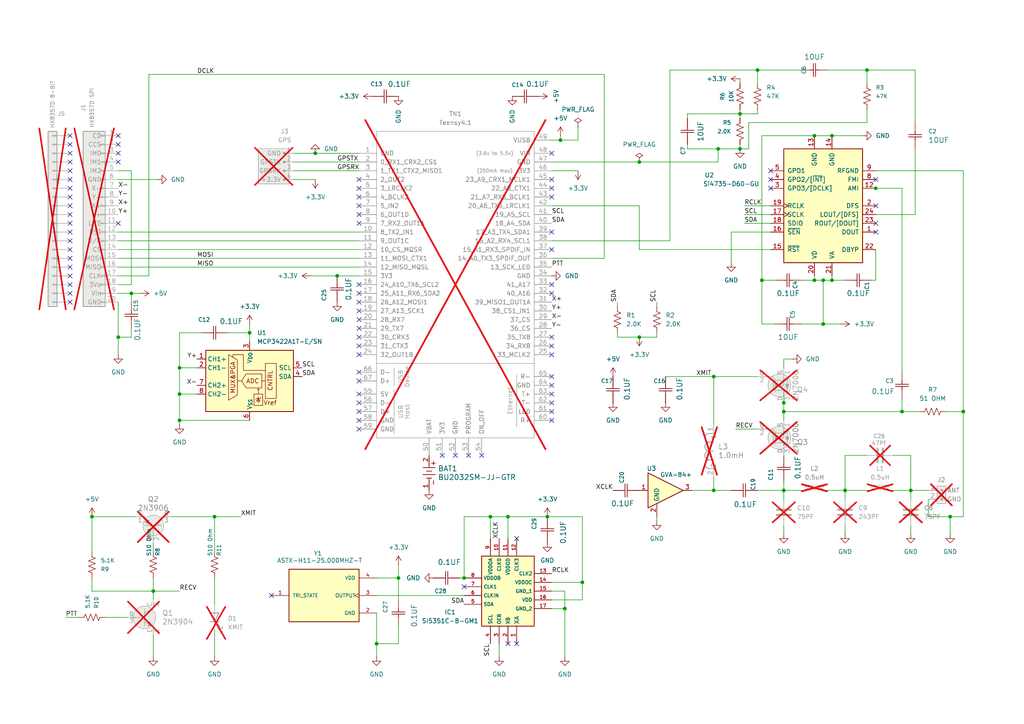
<source format=kicad_sch>
(kicad_sch (version 20231120) (generator "eeschema") (generator_version "8.0")
  (paper "A4")
  (title_block (title "Pocket FT8 Transceiver") (date "2024-07-31") (rev "2.0") (company "KQ7B") (comment 1 "Original design by Charles Hill, Ricardo Caritti, Karlis Goba, Lars Petersen, et al") (comment 2 "https://github.com/conr2286/PocketFT8Xcvr.git"))
  (junction (at 147.32 149.86))
  (junction (at 279.4 119.38))
  (junction (at 227.33 142.24))
  (junction (at 227.33 116.84))
  (junction (at 72.39 96.52))
  (junction (at 115.57 167.64))
  (junction (at 52.07 114.3))
  (junction (at 26.67 149.86))
  (junction (at 207.01 142.24))
  (junction (at 236.22 81.28))
  (junction (at 227.33 119.38))
  (junction (at 185.42 46.99))
  (junction (at 91.44 44.45))
  (junction (at 264.16 142.24))
  (junction (at 109.22 186.69))
  (junction (at 251.46 20.32))
  (junction (at 214.63 43.18))
  (junction (at 62.23 149.86))
  (junction (at 158.75 149.86))
  (junction (at 261.62 119.38))
  (junction (at 97.79 80.01))
  (junction (at 238.76 93.98))
  (junction (at 254 54.61))
  (junction (at 219.71 20.32))
  (junction (at 52.07 106.68))
  (junction (at 220.98 81.28))
  (junction (at 34.29 97.79))
  (junction (at 245.11 142.24))
  (junction (at 44.45 171.45))
  (junction (at 163.83 176.53))
  (junction (at 238.76 81.28))
  (junction (at 185.42 97.79))
  (junction (at 168.91 168.91))
  (junction (at 52.07 121.92))
  (junction (at 214.63 33.02))
  (junction (at 207.01 109.22))
  (junction (at 208.28 43.18))
  (junction (at 241.3 39.37))
  (junction (at 162.56 40.64))
  (junction (at 275.59 149.86))
  (junction (at 142.24 149.86))
  (junction (at 38.1 85.09))
  (junction (at 241.3 81.28))
  (junction (at 236.22 39.37))
  (junction (at 134.62 167.64))
  (no_connect (at 104.14 87.63))
  (no_connect (at 104.14 57.15))
  (no_connect (at 104.14 62.23))
  (no_connect (at 160.02 52.07))
  (no_connect (at 160.02 97.79))
  (no_connect (at 160.02 54.61))
  (no_connect (at 104.14 85.09))
  (no_connect (at 104.14 54.61))
  (no_connect (at 223.52 54.61))
  (no_connect (at 104.14 100.33))
  (no_connect (at 160.02 67.31))
  (no_connect (at 104.14 92.71))
  (no_connect (at 254 52.07))
  (no_connect (at 160.02 116.84))
  (no_connect (at 160.02 100.33))
  (no_connect (at 20.32 41.91))
  (no_connect (at 20.32 62.23))
  (no_connect (at 34.29 64.77))
  (no_connect (at 20.32 85.09))
  (no_connect (at 139.7 132.08))
  (no_connect (at 132.08 132.08))
  (no_connect (at 104.14 95.25))
  (no_connect (at 254 59.69))
  (no_connect (at 160.02 114.3))
  (no_connect (at 20.32 72.39))
  (no_connect (at 104.14 114.3))
  (no_connect (at 20.32 59.69))
  (no_connect (at 104.14 107.95))
  (no_connect (at 104.14 124.46))
  (no_connect (at 104.14 116.84))
  (no_connect (at 160.02 82.55))
  (no_connect (at 20.32 44.45))
  (no_connect (at 34.29 39.37))
  (no_connect (at 104.14 110.49))
  (no_connect (at 160.02 44.45))
  (no_connect (at 78.74 172.72))
  (no_connect (at 20.32 64.77))
  (no_connect (at 34.29 46.99))
  (no_connect (at 20.32 74.93))
  (no_connect (at 20.32 57.15))
  (no_connect (at 128.27 132.08))
  (no_connect (at 160.02 121.92))
  (no_connect (at 20.32 46.99))
  (no_connect (at 147.32 186.69))
  (no_connect (at 104.14 102.87))
  (no_connect (at 20.32 67.31))
  (no_connect (at 104.14 59.69))
  (no_connect (at 20.32 39.37))
  (no_connect (at 254 67.31))
  (no_connect (at 223.52 52.07))
  (no_connect (at 104.14 64.77))
  (no_connect (at 160.02 119.38))
  (no_connect (at 149.86 186.69))
  (no_connect (at 104.14 90.17))
  (no_connect (at 149.86 156.21))
  (no_connect (at 104.14 52.07))
  (no_connect (at 20.32 69.85))
  (no_connect (at 20.32 77.47))
  (no_connect (at 34.29 41.91))
  (no_connect (at 160.02 102.87))
  (no_connect (at 160.02 85.09))
  (no_connect (at 160.02 57.15))
  (no_connect (at 20.32 87.63))
  (no_connect (at 20.32 54.61))
  (no_connect (at 254 64.77))
  (no_connect (at 160.02 111.76))
  (no_connect (at 20.32 49.53))
  (no_connect (at 20.32 52.07))
  (no_connect (at 20.32 80.01))
  (no_connect (at 104.14 82.55))
  (no_connect (at 104.14 97.79))
  (no_connect (at 160.02 72.39))
  (no_connect (at 134.62 170.18))
  (no_connect (at 135.89 132.08))
  (no_connect (at 104.14 121.92))
  (no_connect (at 104.14 119.38))
  (no_connect (at 34.29 44.45))
  (no_connect (at 160.02 109.22))
  (no_connect (at 223.52 49.53))
  (no_connect (at 20.32 82.55))
  (wire (pts (xy 185.42 72.39) (xy 223.52 72.39)))
  (wire (pts (xy 163.83 176.53) (xy 160.02 176.53)))
  (wire (pts (xy 175.26 74.93) (xy 175.26 21.59)))
  (wire (pts (xy 212.09 67.31) (xy 212.09 76.2)))
  (wire (pts (xy 91.44 44.45) (xy 104.14 44.45)))
  (wire (pts (xy 34.29 67.31) (xy 104.14 67.31)))
  (wire (pts (xy 190.5 87.63) (xy 190.5 88.9)))
  (wire (pts (xy 251.46 31.75) (xy 251.46 35.56)))
  (wire (pts (xy 215.9 59.69) (xy 223.52 59.69)))
  (wire (pts (xy 207.01 138.43) (xy 207.01 142.24)))
  (wire (pts (xy 227.33 119.38) (xy 261.62 119.38)))
  (wire (pts (xy 250.19 39.37) (xy 241.3 39.37)))
  (wire (pts (xy 160.02 49.53) (xy 167.64 49.53)))
  (wire (pts (xy 275.59 149.86) (xy 279.4 149.86)))
  (wire (pts (xy 199.39 43.18) (xy 199.39 41.91)))
  (wire (pts (xy 160.02 74.93) (xy 175.26 74.93)))
  (wire (pts (xy 62.23 167.64) (xy 62.23 175.26)))
  (wire (pts (xy 241.3 81.28) (xy 241.3 80.01)))
  (wire (pts (xy 115.57 186.69) (xy 115.57 181.61)))
  (wire (pts (xy 133.35 167.64) (xy 134.62 167.64)))
  (wire (pts (xy 254 81.28) (xy 252.73 81.28)))
  (wire (pts (xy 261.62 54.61) (xy 261.62 107.95)))
  (wire (pts (xy 160.02 168.91) (xy 168.91 168.91)))
  (wire (pts (xy 207.01 109.22) (xy 207.01 123.19)))
  (wire (pts (xy 214.63 33.02) (xy 214.63 34.29)))
  (wire (pts (xy 232.41 93.98) (xy 238.76 93.98)))
  (wire (pts (xy 261.62 119.38) (xy 266.7 119.38)))
  (wire (pts (xy 219.71 20.32) (xy 232.41 20.32)))
  (wire (pts (xy 62.23 149.86) (xy 69.85 149.86)))
  (wire (pts (xy 227.33 104.14) (xy 227.33 106.68)))
  (wire (pts (xy 34.29 97.79) (xy 38.1 97.79)))
  (wire (pts (xy 175.26 21.59) (xy 43.18 21.59)))
  (wire (pts (xy 254 54.61) (xy 261.62 54.61)))
  (wire (pts (xy 185.42 97.79) (xy 190.5 97.79)))
  (wire (pts (xy 134.62 167.64) (xy 134.62 149.86)))
  (wire (pts (xy 34.29 49.53) (xy 38.1 49.53)))
  (wire (pts (xy 85.09 46.99) (xy 104.14 46.99)))
  (wire (pts (xy 58.42 96.52) (xy 52.07 96.52)))
  (wire (pts (xy 215.9 64.77) (xy 223.52 64.77)))
  (wire (pts (xy 185.42 59.69) (xy 185.42 72.39)))
  (wire (pts (xy 259.08 142.24) (xy 264.16 142.24)))
  (wire (pts (xy 240.03 20.32) (xy 251.46 20.32)))
  (wire (pts (xy 227.33 116.84) (xy 227.33 119.38)))
  (wire (pts (xy 261.62 115.57) (xy 261.62 119.38)))
  (wire (pts (xy 259.08 132.08) (xy 264.16 132.08)))
  (wire (pts (xy 238.76 81.28) (xy 236.22 81.28)))
  (wire (pts (xy 269.24 144.78) (xy 269.24 149.86)))
  (wire (pts (xy 45.72 52.07) (xy 34.29 52.07)))
  (wire (pts (xy 160.02 40.64) (xy 162.56 40.64)))
  (wire (pts (xy 85.09 49.53) (xy 104.14 49.53)))
  (wire (pts (xy 264.16 144.78) (xy 264.16 142.24)))
  (wire (pts (xy 214.63 33.02) (xy 219.71 33.02)))
  (wire (pts (xy 52.07 96.52) (xy 52.07 106.68)))
  (wire (pts (xy 220.98 39.37) (xy 220.98 81.28)))
  (wire (pts (xy 43.18 21.59) (xy 43.18 80.01)))
  (wire (pts (xy 185.42 46.99) (xy 208.28 46.99)))
  (wire (pts (xy 241.3 81.28) (xy 238.76 81.28)))
  (wire (pts (xy 217.17 43.18) (xy 214.63 43.18)))
  (wire (pts (xy 245.11 154.94) (xy 245.11 152.4)))
  (wire (pts (xy 162.56 39.37) (xy 162.56 40.64)))
  (wire (pts (xy 52.07 121.92) (xy 72.39 121.92)))
  (wire (pts (xy 160.02 46.99) (xy 185.42 46.99)))
  (wire (pts (xy 214.63 43.18) (xy 208.28 43.18)))
  (wire (pts (xy 85.09 52.07) (xy 91.44 52.07)))
  (wire (pts (xy 207.01 142.24) (xy 212.09 142.24)))
  (wire (pts (xy 279.4 49.53) (xy 279.4 119.38)))
  (wire (pts (xy 264.16 142.24) (xy 269.24 142.24)))
  (wire (pts (xy 190.5 96.52) (xy 190.5 97.79)))
  (wire (pts (xy 251.46 54.61) (xy 254 54.61)))
  (wire (pts (xy 168.91 173.99) (xy 168.91 168.91)))
  (wire (pts (xy 44.45 190.5) (xy 44.45 184.15)))
  (wire (pts (xy 38.1 97.79) (xy 38.1 95.25)))
  (wire (pts (xy 199.39 33.02) (xy 214.63 33.02)))
  (wire (pts (xy 240.03 142.24) (xy 245.11 142.24)))
  (wire (pts (xy 109.22 177.8) (xy 109.22 186.69)))
  (wire (pts (xy 147.32 149.86) (xy 158.75 149.86)))
  (wire (pts (xy 34.29 77.47) (xy 104.14 77.47)))
  (wire (pts (xy 251.46 20.32) (xy 265.43 20.32)))
  (wire (pts (xy 238.76 93.98) (xy 243.84 93.98)))
  (wire (pts (xy 163.83 176.53) (xy 163.83 190.5)))
  (wire (pts (xy 115.57 173.99) (xy 115.57 167.64)))
  (wire (pts (xy 269.24 149.86) (xy 275.59 149.86)))
  (wire (pts (xy 160.02 69.85) (xy 194.31 69.85)))
  (wire (pts (xy 115.57 167.64) (xy 109.22 167.64)))
  (wire (pts (xy 160.02 173.99) (xy 168.91 173.99)))
  (wire (pts (xy 254 72.39) (xy 254 81.28)))
  (wire (pts (xy 245.11 142.24) (xy 251.46 142.24)))
  (wire (pts (xy 134.62 149.86) (xy 142.24 149.86)))
  (wire (pts (xy 44.45 167.64) (xy 44.45 171.45)))
  (wire (pts (xy 26.67 167.64) (xy 26.67 171.45)))
  (wire (pts (xy 245.11 81.28) (xy 241.3 81.28)))
  (wire (pts (xy 193.04 109.22) (xy 207.01 109.22)))
  (wire (pts (xy 220.98 81.28) (xy 224.79 81.28)))
  (wire (pts (xy 49.53 149.86) (xy 62.23 149.86)))
  (wire (pts (xy 144.78 186.69) (xy 144.78 190.5)))
  (wire (pts (xy 26.67 171.45) (xy 44.45 171.45)))
  (wire (pts (xy 274.32 119.38) (xy 279.4 119.38)))
  (wire (pts (xy 213.36 124.46) (xy 219.71 124.46)))
  (wire (pts (xy 254 49.53) (xy 279.4 49.53)))
  (wire (pts (xy 163.83 171.45) (xy 163.83 176.53)))
  (wire (pts (xy 227.33 142.24) (xy 227.33 144.78)))
  (wire (pts (xy 19.05 179.07) (xy 22.86 179.07)))
  (wire (pts (xy 57.15 106.68) (xy 52.07 106.68)))
  (wire (pts (xy 72.39 96.52) (xy 72.39 93.98)))
  (wire (pts (xy 214.63 31.75) (xy 214.63 33.02)))
  (wire (pts (xy 34.29 85.09) (xy 38.1 85.09)))
  (wire (pts (xy 264.16 154.94) (xy 264.16 152.4)))
  (wire (pts (xy 214.63 41.91) (xy 214.63 43.18)))
  (wire (pts (xy 34.29 102.87) (xy 34.29 97.79)))
  (wire (pts (xy 200.66 142.24) (xy 207.01 142.24)))
  (wire (pts (xy 207.01 109.22) (xy 219.71 109.22)))
  (wire (pts (xy 109.22 172.72) (xy 134.62 172.72)))
  (wire (pts (xy 275.59 154.94) (xy 275.59 149.86)))
  (wire (pts (xy 217.17 35.56) (xy 217.17 43.18)))
  (wire (pts (xy 227.33 154.94) (xy 227.33 152.4)))
  (wire (pts (xy 215.9 62.23) (xy 223.52 62.23)))
  (wire (pts (xy 224.79 93.98) (xy 220.98 93.98)))
  (wire (pts (xy 223.52 67.31) (xy 212.09 67.31)))
  (wire (pts (xy 26.67 149.86) (xy 26.67 160.02)))
  (wire (pts (xy 109.22 186.69) (xy 109.22 190.5)))
  (wire (pts (xy 227.33 142.24) (xy 232.41 142.24)))
  (wire (pts (xy 190.5 149.86) (xy 190.5 151.13)))
  (wire (pts (xy 220.98 81.28) (xy 220.98 93.98)))
  (wire (pts (xy 160.02 171.45) (xy 163.83 171.45)))
  (wire (pts (xy 199.39 33.02) (xy 199.39 34.29)))
  (wire (pts (xy 142.24 149.86) (xy 142.24 156.21)))
  (wire (pts (xy 40.64 85.09) (xy 38.1 85.09)))
  (wire (pts (xy 38.1 49.53) (xy 38.1 82.55)))
  (wire (pts (xy 34.29 69.85) (xy 104.14 69.85)))
  (wire (pts (xy 214.63 22.86) (xy 214.63 24.13)))
  (wire (pts (xy 52.07 114.3) (xy 57.15 114.3)))
  (wire (pts (xy 162.56 40.64) (xy 167.64 40.64)))
  (wire (pts (xy 44.45 157.48) (xy 44.45 160.02)))
  (wire (pts (xy 219.71 142.24) (xy 227.33 142.24)))
  (wire (pts (xy 52.07 106.68) (xy 52.07 114.3)))
  (wire (pts (xy 232.41 81.28) (xy 236.22 81.28)))
  (wire (pts (xy 219.71 24.13) (xy 219.71 20.32)))
  (wire (pts (xy 52.07 114.3) (xy 52.07 121.92)))
  (wire (pts (xy 264.16 132.08) (xy 264.16 142.24)))
  (wire (pts (xy 227.33 119.38) (xy 227.33 121.92)))
  (wire (pts (xy 90.17 80.01) (xy 97.79 80.01)))
  (wire (pts (xy 168.91 149.86) (xy 158.75 149.86)))
  (wire (pts (xy 72.39 99.06) (xy 72.39 96.52)))
  (wire (pts (xy 52.07 123.19) (xy 52.07 121.92)))
  (wire (pts (xy 265.43 20.32) (xy 265.43 35.56)))
  (wire (pts (xy 115.57 163.83) (xy 115.57 167.64)))
  (wire (pts (xy 245.11 132.08) (xy 251.46 132.08)))
  (wire (pts (xy 241.3 39.37) (xy 236.22 39.37)))
  (wire (pts (xy 220.98 39.37) (xy 236.22 39.37)))
  (wire (pts (xy 236.22 81.28) (xy 236.22 80.01)))
  (wire (pts (xy 26.67 149.86) (xy 39.37 149.86)))
  (wire (pts (xy 97.79 80.01) (xy 104.14 80.01)))
  (wire (pts (xy 44.45 171.45) (xy 52.07 171.45)))
  (wire (pts (xy 109.22 186.69) (xy 115.57 186.69)))
  (wire (pts (xy 208.28 43.18) (xy 199.39 43.18)))
  (wire (pts (xy 194.31 69.85) (xy 194.31 20.32)))
  (wire (pts (xy 30.48 179.07) (xy 36.83 179.07)))
  (wire (pts (xy 147.32 149.86) (xy 147.32 156.21)))
  (wire (pts (xy 227.33 114.3) (xy 227.33 116.84)))
  (wire (pts (xy 44.45 171.45) (xy 44.45 173.99)))
  (wire (pts (xy 38.1 85.09) (xy 38.1 87.63)))
  (wire (pts (xy 245.11 144.78) (xy 245.11 142.24)))
  (wire (pts (xy 167.64 40.64) (xy 167.64 36.83)))
  (wire (pts (xy 251.46 35.56) (xy 217.17 35.56)))
  (wire (pts (xy 179.07 97.79) (xy 185.42 97.79)))
  (wire (pts (xy 179.07 97.79) (xy 179.07 96.52)))
  (wire (pts (xy 160.02 59.69) (xy 185.42 59.69)))
  (wire (pts (xy 179.07 87.63) (xy 179.07 88.9)))
  (wire (pts (xy 34.29 74.93) (xy 104.14 74.93)))
  (wire (pts (xy 142.24 149.86) (xy 147.32 149.86)))
  (wire (pts (xy 254 62.23) (xy 265.43 62.23)))
  (wire (pts (xy 62.23 149.86) (xy 62.23 160.02)))
  (wire (pts (xy 34.29 72.39) (xy 104.14 72.39)))
  (wire (pts (xy 34.29 80.01) (xy 43.18 80.01)))
  (wire (pts (xy 279.4 119.38) (xy 279.4 149.86)))
  (wire (pts (xy 194.31 20.32) (xy 219.71 20.32)))
  (wire (pts (xy 227.33 139.7) (xy 227.33 142.24)))
  (wire (pts (xy 208.28 43.18) (xy 208.28 46.99)))
  (wire (pts (xy 219.71 31.75) (xy 219.71 33.02)))
  (wire (pts (xy 85.09 44.45) (xy 91.44 44.45)))
  (wire (pts (xy 265.43 43.18) (xy 265.43 62.23)))
  (wire (pts (xy 229.87 104.14) (xy 227.33 104.14)))
  (wire (pts (xy 66.04 96.52) (xy 72.39 96.52)))
  (wire (pts (xy 251.46 20.32) (xy 251.46 24.13)))
  (wire (pts (xy 34.29 82.55) (xy 38.1 82.55)))
  (wire (pts (xy 238.76 81.28) (xy 238.76 93.98)))
  (wire (pts (xy 34.29 97.79) (xy 34.29 87.63)))
  (wire (pts (xy 62.23 190.5) (xy 62.23 182.88)))
  (wire (pts (xy 168.91 149.86) (xy 168.91 168.91)))
  (wire (pts (xy 245.11 142.24) (xy 245.11 132.08)))
  (label "Y-" (at 34.29 57.15 0))
  (label "Y+" (at 160.02 90.17 0))
  (label "RECV" (at 52.07 171.45 0))
  (label "MOSI" (at 57.15 74.93 0))
  (label "SDA" (at 87.63 109.22 0))
  (label "PTT" (at 19.05 179.07 0))
  (label "X+" (at 34.29 59.69 0))
  (label "X-" (at 34.29 54.61 0))
  (label "SCL" (at 190.5 87.63 90))
  (label "SDA" (at 179.07 87.63 90))
  (label "XCLK" (at 144.78 156.21 90))
  (label "SDA" (at 160.02 64.77 0))
  (label "X-" (at 57.15 111.76 180))
  (label "MISO" (at 57.15 77.47 0))
  (label "XCLK" (at 177.8 142.24 180))
  (label "RCLK" (at 215.9 59.69 0))
  (label "GPSTX" (at 97.79 46.99 0))
  (label "DCLK" (at 57.15 21.59 0))
  (label "SCL" (at 215.9 62.23 0))
  (label "Y-" (at 160.02 95.25 0))
  (label "X+" (at 160.02 87.63 0))
  (label "Y+" (at 34.29 62.23 0))
  (label "RCLK" (at 160.02 166.37 0))
  (label "Y+" (at 57.15 104.14 180))
  (label "XMIT" (at 69.85 149.86 0))
  (label "RECV" (at 213.36 124.46 0))
  (label "SCL" (at 142.24 186.69 270))
  (label "XMIT" (at 201.93 109.22 0))
  (label "SDA" (at 134.62 175.26 180))
  (label "SDA" (at 215.9 64.77 0))
  (label "SCL" (at 87.63 106.68 0))
  (label "SCL" (at 160.02 62.23 0))
  (label "GPSRX" (at 97.79 49.53 0))
  (label "PTT" (at 160.02 77.47 0))
  (label "X-" (at 160.02 92.71 0))
  (symbol (lib_id "Kemet2024-08-02_22-05-35:C0603C104K4RACTU") (at 97.79 80.01 90) (mirror x) (unit 1)
    (property "Reference" "C25" (at 93.98 83.82 0) (effects (font (size 1.143 1.143)) (justify left)))
    (property "Value" "0.1UF" (at 101.092 83.82 0) (effects (font (size 1.524 1.524))))
    (property "Footprint" "Capacitor_SMD:C_0603_1608Metric" (effects (hide yes)))
    (property "Datasheet" "C0603C104K4RACTU" (effects (hide yes)))
    (property "Description" "CAP CER 0.1UF 16V X7R 0603" (effects (hide yes)))
    (property "Field5" "CAP-08604" (effects (hide yes)))
    (property "PROD_ID" "CAP-00810" (effects (hide yes)))
    (property "Voltage" "16V" (effects (hide yes)))
    (property "Tolerance" "10%" (effects (hide yes)))
    (property "Manufacturer" "Kemet" (effects (hide yes)))
    (property "Mfg Part #" "C0603C104K4RAC7867" (effects (hide yes)))
    (property "Notes" "Substitutions OK" (effects (hide yes)))
    (property "Type" "SMD" (effects (hide yes)))
  )
  (symbol (lib_id "power:+3.3V") (at 243.84 93.98 270) (unit 1)
    (property "Reference" "#PWR07" (effects (hide yes)))
    (property "Value" "+3.3V" (at 247.65 93.98 90) (effects (justify left)))
    (property "Description" "Power symbol creates a global label with name \"+3.3V\"" (effects (hide yes)))
  )
  (symbol (lib_id "Kemet2024-08-02_22-05-35:C0603C104K4RACTU") (at 115.57 181.61 90) (unit 1)
    (property "Reference" "C27" (at 111.76 177.8 0) (effects (font (size 1.143 1.143)) (justify left)))
    (property "Value" "0.1UF" (at 120.142 178.562 0) (effects (font (size 1.524 1.524))))
    (property "Footprint" "Capacitor_SMD:C_0603_1608Metric" (effects (hide yes)))
    (property "Datasheet" "C0603C104K4RACTU" (effects (hide yes)))
    (property "Description" "CAP CER 0.1UF 16V X7R 0603" (effects (hide yes)))
    (property "Field5" "CAP-08604" (effects (hide yes)))
    (property "PROD_ID" "CAP-00810" (effects (hide yes)))
    (property "Voltage" "16V" (effects (hide yes)))
    (property "Tolerance" "10%" (effects (hide yes)))
    (property "Manufacturer" "Kemet" (effects (hide yes)))
    (property "Mfg Part #" "C0603C104K4RAC7867" (effects (hide yes)))
    (property "Notes" "Substitutions OK" (effects (hide yes)))
    (property "Type" "SMD" (effects (hide yes)))
  )
  (symbol (lib_id "power:GND") (at 109.22 190.5 0) (unit 1)
    (property "Reference" "#PWR037" (effects (hide yes)))
    (property "Value" "GND" (at 109.22 195.58 0))
    (property "Description" "Power symbol creates a global label with name \"GND\" , ground" (effects (hide yes)))
  )
  (symbol (lib_id "power:GND") (at 97.79 87.63 0) (unit 1)
    (property "Reference" "#PWR027" (effects (hide yes)))
    (property "Value" "GND" (at 97.79 92.71 0))
    (property "Description" "Power symbol creates a global label with name \"GND\" , ground" (effects (hide yes)))
  )
  (symbol (lib_id "power:GND") (at 160.02 80.01 90) (unit 1)
    (property "Reference" "#PWR09" (effects (hide yes)))
    (property "Value" "GND" (at 163.83 80.01 90) (effects (justify right)))
    (property "Description" "Power symbol creates a global label with name \"GND\" , ground" (effects (hide yes)))
  )
  (symbol (lib_id "SparkFun-Resistor:2.0k_0603") (at 214.63 38.1 90) (mirror x) (unit 1)
    (property "Reference" "R5" (at 212.09 35.56 90) (effects (font (size 1.143 1.143)) (justify left)))
    (property "Value" "2.0K" (at 212.09 38.1 90) (effects (font (size 1.143 1.143)) (justify left)))
    (property "Footprint" "Resistor_SMD:R_0603_1608Metric" (effects (hide yes)))
    (property "Datasheet" "https://www.vishay.com/docs/20035/dcrcwe3.pdf" (effects (hide yes)))
    (property "Description" "RES 2K OHM 5% 1/10W 0603" (effects (hide yes)))
    (property "PROD_ID" "RES-08296" (effects (hide yes)))
    (property "Manufacturer" "Yageo" (effects (hide yes)))
    (property "Mfg Part #" "RC0603JR-072KL" (effects (hide yes)))
    (property "Notes" "Substitutions OK" (effects (hide yes)))
    (property "Type" "SMD" (effects (hide yes)))
  )
  (symbol (lib_id "SparkFun-Resistor:5.1k_0603") (at 26.67 163.83 270) (unit 1)
    (property "Reference" "R9" (at 29.21 165.1 90) (effects (font (size 1.143 1.143)) (justify left)))
    (property "Value" "5.1K" (at 29.21 162.56 90) (effects (font (size 1.143 1.143)) (justify left)))
    (property "Footprint" "Resistor_SMD:R_0603_1608Metric" (effects (hide yes)))
    (property "Description" "RES 5.1K OHM 5% 1/10W 0603" (effects (hide yes)))
    (property "Manufacturer" "Yageo" (effects (hide yes)))
    (property "Mfg Part #" "RC0603JR-075K1L" (effects (hide yes)))
    (property "Notes" "Substitutions OK" (effects (hide yes)))
    (property "Type" "SMD" (effects (hide yes)))
  )
  (symbol (lib_id "2024-08-05_00-31-14:BU2032SM-JJ-GTR") (at 124.46 132.08 270) (unit 1)
    (property "Reference" "BAT1" (at 127 135.8899 90) (effects (font (size 1.524 1.524)) (justify left)))
    (property "Value" "BU2032SM-JJ-GTR" (at 127 138.4299 90) (effects (font (size 1.524 1.524)) (justify left)))
    (property "Footprint" "BU2032SM-JJ-GTR_MPD" (effects (hide yes)))
    (property "Datasheet" "BU2032SM-JJ-GTR" (effects (hide yes)))
    (property "Description" "BATT HOLDER COIN 20MM 1 CELL SMD" (effects (hide yes)))
    (property "Mfg Part #" "BU2032SM-JJ-GTR" (effects (hide yes)))
    (property "Category" "Battery Products" (effects (hide yes)))
    (property "Family" "Battery Holders, Clips, Contacts" (effects (hide yes)))
    (property "Manufacturer" "MPD (Memory Protection Devices)" (effects (hide yes)))
    (property "Status" "Active" (effects (hide yes)))
    (property "Description_1" "BATTERY HOLDER COIN 20MM PC PIN" (effects (hide yes)))
    (property "Type" "SMD" (effects (hide yes)))
    (property "Notes" "Must mount topside" (effects (hide yes)))
  )
  (symbol (lib_id "power:GND") (at 190.5 151.13 0) (unit 1)
    (property "Reference" "#PWR028" (effects (hide yes)))
    (property "Value" "GND" (at 190.5 156.21 0))
    (property "Description" "Power symbol creates a global label with name \"GND\" , ground" (effects (hide yes)))
  )
  (symbol (lib_id "power:GND") (at 44.45 190.5 0) (unit 1)
    (property "Reference" "#PWR030" (effects (hide yes)))
    (property "Value" "GND" (at 44.45 195.58 0))
    (property "Description" "Power symbol creates a global label with name \"GND\" , ground" (effects (hide yes)))
  )
  (symbol (lib_id "dk_Transistors-FETs-MOSFETs-Single:2N7000") (at 227.33 127 0) (mirror x) (unit 1) (in_bom no) (dnp yes)
    (property "Reference" "Q3" (at 231.14 128.27 0) (effects (font (size 1.524 1.524)) (justify left)))
    (property "Value" "2N7000" (at 230.7844 127 90) (effects (font (size 1.524 1.524))))
    (property "Footprint" "digikey-footprints:TO-92-3" (effects (hide yes)))
    (property "Datasheet" "https://www.onsemi.com/pub/Collateral/NDS7002A-D.PDF" (effects (hide yes)))
    (property "Description" "MOSFET N-CH 60V 200MA TO-92" (effects (hide yes)))
    (property "Digi-Key_PN" "2N7000FS-ND" (effects (hide yes)))
    (property "Mfg Part #" "2N7000" (effects (hide yes)))
    (property "Category" "Discrete Semiconductor Products" (effects (hide yes)))
    (property "Family" "Transistors - FETs, MOSFETs - Single" (effects (hide yes)))
    (property "DK_Datasheet_Link" "https://www.onsemi.com/pub/Collateral/NDS7002A-D.PDF" (effects (hide yes)))
    (property "DK_Detail_Page" "/product-detail/en/on-semiconductor/2N7000/2N7000FS-ND/244278" (effects (hide yes)))
    (property "Description_1" "MOSFET N-CH 60V 200MA TO-92" (effects (hide yes)))
    (property "Manufacturer" "ON Semiconductor" (effects (hide yes)))
    (property "MPN" "2N7000" (effects (hide yes)))
    (property "Status" "Active" (effects (hide yes)))
    (property "Type" "THT" (effects (hide yes)))
  )
  (symbol (lib_id "Kemet2024-08-02_22-05-35:C0603C104K4RACTU") (at 212.09 142.24 0) (unit 1)
    (property "Reference" "C19" (at 218.44 142.24 90) (effects (font (size 1.143 1.143)) (justify left)))
    (property "Value" "0.1UF" (at 216.154 146.304 0) (effects (font (size 1.524 1.524))))
    (property "Footprint" "Capacitor_SMD:C_0603_1608Metric" (effects (hide yes)))
    (property "Datasheet" "C0603C104K4RACTU" (effects (hide yes)))
    (property "Description" "CAP CER 0.1UF 16V X7R 0603" (effects (hide yes)))
    (property "Field5" "CAP-07885" (effects (hide yes)))
    (property "PROD_ID" "CAP-00810" (effects (hide yes)))
    (property "Voltage" "16V" (effects (hide yes)))
    (property "Tolerance" "10%" (effects (hide yes)))
    (property "Manufacturer" "Kemet" (effects (hide yes)))
    (property "Mfg Part #" "C0603C104K4RAC7867" (effects (hide yes)))
    (property "Notes" "Substitutions OK" (effects (hide yes)))
    (property "Type" "SMD" (effects (hide yes)))
  )
  (symbol (lib_id "Kemet2024-08-02_22-05-35:C0603C104K4RACTU") (at 38.1 95.25 90) (unit 1)
    (property "Reference" "C15" (at 39.37 90.424 0) (effects (font (size 1.143 1.143)) (justify left)))
    (property "Value" "0.1UF" (at 39.878 95.504 0) (effects (font (size 1.524 1.524))))
    (property "Footprint" "Capacitor_SMD:C_0603_1608Metric" (effects (hide yes)))
    (property "Datasheet" "C0603C104K4RACTU" (effects (hide yes)))
    (property "Description" "CAP CER 0.1UF 16V X7R 0603" (effects (hide yes)))
    (property "Field5" "CAP-07886" (effects (hide yes)))
    (property "PROD_ID" "CAP-00810" (effects (hide yes)))
    (property "Voltage" "16V" (effects (hide yes)))
    (property "Tolerance" "10%" (effects (hide yes)))
    (property "Manufacturer" "Kemet" (effects (hide yes)))
    (property "Mfg Part #" "C0603C104K4RAC7867" (effects (hide yes)))
    (property "Notes" "Substitutions OK" (effects (hide yes)))
    (property "Type" "SMD" (effects (hide yes)))
  )
  (symbol (lib_id "power:+3.3V") (at 91.44 52.07 180) (unit 1)
    (property "Reference" "#PWR033" (effects (hide yes)))
    (property "Value" "+3.3V" (at 91.44 57.15 0))
    (property "Description" "Power symbol creates a global label with name \"+3.3V\"" (effects (hide yes)))
  )
  (symbol (lib_id "Kemet2024-08-02_22-05-35:C0603C104K4RACTU") (at 133.35 167.64 180) (unit 1)
    (property "Reference" "C28" (at 129.54 171.45 0) (effects (font (size 1.143 1.143)) (justify left)))
    (property "Value" "0.1UF" (at 130.302 163.068 0) (effects (font (size 1.524 1.524))))
    (property "Footprint" "Capacitor_SMD:C_0603_1608Metric" (effects (hide yes)))
    (property "Datasheet" "C0603C104K4RACTU" (effects (hide yes)))
    (property "Description" "CAP CER 0.1UF 16V X7R 0603" (effects (hide yes)))
    (property "Field5" "CAP-08604" (effects (hide yes)))
    (property "PROD_ID" "CAP-00810" (effects (hide yes)))
    (property "Voltage" "16V" (effects (hide yes)))
    (property "Tolerance" "10%" (effects (hide yes)))
    (property "Manufacturer" "Kemet" (effects (hide yes)))
    (property "Mfg Part #" "C0603C104K4RAC7867" (effects (hide yes)))
    (property "Notes" "Substitutions OK" (effects (hide yes)))
    (property "Type" "SMD" (effects (hide yes)))
  )
  (symbol (lib_id "power:GND") (at 34.29 102.87 0) (unit 1)
    (property "Reference" "#PWR01" (effects (hide yes)))
    (property "Value" "GND" (at 34.29 107.95 0))
    (property "Description" "Power symbol creates a global label with name \"GND\" , ground" (effects (hide yes)))
  )
  (symbol (lib_id "power:GND") (at 177.8 116.84 0) (unit 1)
    (property "Reference" "#PWR035" (effects (hide yes)))
    (property "Value" "GND" (at 177.8 121.92 0))
    (property "Description" "Power symbol creates a global label with name \"GND\" , ground" (effects (hide yes)))
  )
  (symbol (lib_id "power:+3.3V") (at 72.39 93.98 0) (unit 1)
    (property "Reference" "#PWR011" (effects (hide yes)))
    (property "Value" "+3.3V" (at 72.39 88.9 0))
    (property "Description" "Power symbol creates a global label with name \"+3.3V\"" (effects (hide yes)))
  )
  (symbol (lib_name "C_1") (lib_id "Device:C") (at 264.16 148.59 0) (unit 1) (in_bom no) (dnp yes)
    (property "Reference" "C8" (at 267.97 147.32 0) (effects (justify left)))
    (property "Value" "75PF" (at 267.97 149.86 0) (effects (justify left)))
    (property "Footprint" "Capacitor_SMD:C_0805_2012Metric" (effects (hide yes)))
    (property "Description" "Unpolarized capacitor" (effects (hide yes)))
  )
  (symbol (lib_name "2N7000_1") (lib_id "dk_Transistors-FETs-MOSFETs-Single:2N7000") (at 227.33 111.76 0) (mirror x) (unit 1) (in_bom no) (dnp yes)
    (property "Reference" "Q4" (at 231.14 113.03 0) (effects (font (size 1.524 1.524)) (justify left)))
    (property "Value" "2N7000" (at 230.7844 111.76 90) (effects (font (size 1.524 1.524))))
    (property "Footprint" "digikey-footprints:TO-92-3" (effects (hide yes)))
    (property "Datasheet" "https://www.onsemi.com/pub/Collateral/NDS7002A-D.PDF" (effects (hide yes)))
    (property "Description" "MOSFET N-CH 60V 200MA TO-92" (effects (hide yes)))
    (property "Digi-Key_PN" "2N7000FS-ND" (effects (hide yes)))
    (property "MPN" "2N7000" (effects (hide yes)))
    (property "Category" "Discrete Semiconductor Products" (effects (hide yes)))
    (property "Family" "Transistors - FETs, MOSFETs - Single" (effects (hide yes)))
    (property "DK_Datasheet_Link" "https://www.onsemi.com/pub/Collateral/NDS7002A-D.PDF" (effects (hide yes)))
    (property "DK_Detail_Page" "/product-detail/en/on-semiconductor/2N7000/2N7000FS-ND/244278" (effects (hide yes)))
    (property "Description_1" "MOSFET N-CH 60V 200MA TO-92" (effects (hide yes)))
    (property "Manufacturer" "ON Semiconductor" (effects (hide yes)))
    (property "Mfg Part #" "2N7000" (effects (hide yes)))
    (property "Notes" "Substitions OK" (effects (hide yes)))
    (property "Type" "THT" (effects (hide yes)))
  )
  (symbol (lib_id "power:+3.3V") (at 185.42 97.79 180) (unit 1)
    (property "Reference" "#PWR06" (effects (hide yes)))
    (property "Value" "+3.3V" (at 185.42 102.87 0))
    (property "Description" "Power symbol creates a global label with name \"+3.3V\"" (effects (hide yes)))
  )
  (symbol (lib_id "Device:R_US") (at 44.45 163.83 0) (unit 1)
    (property "Reference" "R8" (at 45.72 161.29 90) (effects (font (size 1.143 1.143)) (justify left)))
    (property "Value" "510 Ohm" (at 43.18 161.29 90) (effects (font (size 1.143 1.143)) (justify left)))
    (property "Footprint" "Resistor_SMD:R_0603_1608Metric" (effects (hide yes)))
    (property "Description" "RES 510 OHM 5% 1/10W 0603" (effects (hide yes)))
    (property "PROD_ID" "RES-08296" (effects (hide yes)))
    (property "Manufacturer" "Yageo" (effects (hide yes)))
    (property "Mfg Part #" "RC0603JR-07510RL" (effects (hide yes)))
    (property "Notes" "Substitutions OK" (effects (hide yes)))
    (property "Type" "SMD" (effects (hide yes)))
  )
  (symbol (lib_id "power:+5V") (at 156.21 27.94 270) (unit 1)
    (property "Reference" "#PWR024" (effects (hide yes)))
    (property "Value" "+5V" (at 161.29 27.94 0))
    (property "Description" "Power symbol creates a global label with name \"+5V\"" (effects (hide yes)))
  )
  (symbol (lib_id "SparkFun-Capacitor:47pF_0603_50V_5%") (at 255.27 132.08 90) (unit 1) (in_bom no) (dnp yes)
    (property "Reference" "C26" (at 255.016 126.492 90) (effects (font (size 1.143 1.143))))
    (property "Value" "47PF" (at 255.016 128.524 90) (effects (font (size 1.143 1.143))))
    (property "Footprint" "Capacitor_SMD:C_0805_2012Metric" (effects (hide yes)))
    (property "Datasheet" "https://cdn.sparkfun.com/assets/8/a/4/a/5/Kemet_Capacitor_Datasheet.pdf" (effects (hide yes)))
    (property "Description" "Unpolarized capacitor" (effects (hide yes)))
    (property "Field5" "CAP-08913" (effects (hide yes)))
    (property "PROD_ID" "CAP-08913" (effects (hide yes)))
    (property "Voltage" "100v" (effects (hide yes)))
    (property "Tolerance" "1%" (effects (hide yes)))
  )
  (symbol (lib_id "SI5351C-B-GM1:SI5351C-B-GM1") (at 149.86 186.69 270) (mirror x) (unit 1)
    (property "Reference" "IC1" (at 130.556 177.546 90))
    (property "Value" "SI5351C-B-GM1" (at 130.556 180.086 90))
    (property "Footprint" "SI5351C-B-GM1:QFN50P300X300X90-17N-D" (effects (hide yes)))
    (property "Datasheet" "https://www.arrow.com/en/products/si5351c-b-gm1/skyworks-solutions?region=nac" (effects (hide yes)))
    (property "Description" "Clock Generators & Support Products I2C programmable, any-frequency, any-output, reference clock input, 4-output LVCMOS clock generator" (effects (hide yes)))
    (property "Height" "0.9" (effects (hide yes)))
    (property "Mouser Part Number" "634-SI5351C-B-GM1" (effects (hide yes)))
    (property "Mouser Price/Stock" "https://www.mouser.co.uk/ProductDetail/Skyworks-Solutions-Inc/SI5351C-B-GM1?qs=r5DSvlrkXmLdhgVRtlBfMw%3D%3D" (effects (hide yes)))
    (property "Manufacturer_Name" "Skyworks" (effects (hide yes)))
    (property "Manufacturer_Part_Number" "SI5351C-B-GM1" (effects (hide yes)))
  )
  (symbol (lib_id "power:GND") (at 148.59 27.94 0) (unit 1)
    (property "Reference" "#PWR013" (effects (hide yes)))
    (property "Value" "GND" (at 148.59 31.75 90) (effects (justify right)))
    (property "Description" "Power symbol creates a global label with name \"GND\" , ground" (effects (hide yes)))
  )
  (symbol (lib_id "power:GND") (at 264.16 154.94 0) (unit 1)
    (property "Reference" "#PWR019" (effects (hide yes)))
    (property "Value" "GND" (at 264.16 160.02 0))
    (property "Description" "Power symbol creates a global label with name \"GND\" , ground" (effects (hide yes)))
  )
  (symbol (lib_id "power:GND") (at 115.57 27.94 0) (unit 1)
    (property "Reference" "#PWR012" (effects (hide yes)))
    (property "Value" "GND" (at 115.57 31.75 90) (effects (justify right)))
    (property "Description" "Power symbol creates a global label with name \"GND\" , ground" (effects (hide yes)))
  )
  (symbol (lib_id "power:GND") (at 144.78 190.5 0) (unit 1)
    (property "Reference" "#PWR041" (effects (hide yes)))
    (property "Value" "GND" (at 144.78 195.58 0))
    (property "Description" "Power symbol creates a global label with name \"GND\" , ground" (effects (hide yes)))
  )
  (symbol (lib_id "power:GND") (at 229.87 104.14 90) (unit 1)
    (property "Reference" "#PWR023" (effects (hide yes)))
    (property "Value" "GND" (at 233.68 104.14 90) (effects (justify right)))
    (property "Description" "Power symbol creates a global label with name \"GND\" , ground" (effects (hide yes)))
  )
  (symbol (lib_id "power:+3.3V") (at 90.17 80.01 90) (unit 1)
    (property "Reference" "#PWR05" (effects (hide yes)))
    (property "Value" "+3.3V" (at 86.36 80.01 90) (effects (justify left)))
    (property "Description" "Power symbol creates a global label with name \"+3.3V\"" (effects (hide yes)))
  )
  (symbol (lib_id "power:+3.3V") (at 167.64 49.53 180) (unit 1)
    (property "Reference" "#PWR04" (effects (hide yes)))
    (property "Value" "+3.3V" (at 167.64 54.61 0))
    (property "Description" "Power symbol creates a global label with name \"+3.3V\"" (effects (hide yes)))
  )
  (symbol (lib_id "Kemet2024-08-02_22-05-35:C0603C104K4RACTU") (at 107.95 27.94 0) (mirror x) (unit 1)
    (property "Reference" "C13" (at 107.442 24.384 0) (effects (font (size 1.143 1.143)) (justify left)))
    (property "Value" "0.1UF" (at 115.824 24.384 0) (effects (font (size 1.524 1.524))))
    (property "Footprint" "Capacitor_SMD:C_0603_1608Metric" (effects (hide yes)))
    (property "Datasheet" "C0603C104K4RACTU" (effects (hide yes)))
    (property "Description" "CAP CER 0.1UF 16V X7R 0603" (effects (hide yes)))
    (property "Field5" "CAP-07886" (effects (hide yes)))
    (property "PROD_ID" "CAP-00810" (effects (hide yes)))
    (property "Voltage" "16V" (effects (hide yes)))
    (property "Tolerance" "10%" (effects (hide yes)))
    (property "Manufacturer" "Kemet" (effects (hide yes)))
    (property "Mfg Part #" "C0603C104K4RAC7867" (effects (hide yes)))
    (property "Notes" "Substitutions OK" (effects (hide yes)))
    (property "Type" "SMD" (effects (hide yes)))
  )
  (symbol (lib_id "Kemet2024-08-02_22-05-35:C0603C104K4RACTU") (at 245.11 81.28 0) (unit 1)
    (property "Reference" "C1" (at 251.46 84.074 90) (effects (font (size 1.143 1.143)) (justify left)))
    (property "Value" "0.1UF" (at 248.92 85.09 0) (effects (font (size 1.524 1.524))))
    (property "Footprint" "Capacitor_SMD:C_0603_1608Metric" (effects (hide yes)))
    (property "Datasheet" "C0603C104K4RACTU" (effects (hide yes)))
    (property "Description" "CAP CER 0.1UF 16V X7R 0603" (effects (hide yes)))
    (property "Field5" "CAP-07885" (effects (hide yes)))
    (property "PROD_ID" "CAP-00810" (effects (hide yes)))
    (property "Voltage" "16V" (effects (hide yes)))
    (property "Tolerance" "10%" (effects (hide yes)))
    (property "Manufacturer" "Kemet" (effects (hide yes)))
    (property "Mfg Part #" "C0603C104K4RAC7867" (effects (hide yes)))
    (property "Notes" "Substitutions OK" (effects (hide yes)))
    (property "Type" "SMD" (effects (hide yes)))
  )
  (symbol (lib_id "power:GND") (at 91.44 44.45 180) (unit 1)
    (property "Reference" "#PWR08" (effects (hide yes)))
    (property "Value" "GND" (at 93.98 43.1799 0) (effects (justify right)))
    (property "Description" "Power symbol creates a global label with name \"GND\" , ground" (effects (hide yes)))
  )
  (symbol (lib_id "SparkFun-Resistor:2.0k_0603") (at 190.5 92.71 90) (unit 1)
    (property "Reference" "R2" (at 193.04 91.4399 90) (effects (justify right)))
    (property "Value" "2.0K" (at 193.04 93.9799 90) (effects (justify right)))
    (property "Footprint" "Resistor_SMD:R_0603_1608Metric" (effects (hide yes)))
    (property "Datasheet" "https://www.vishay.com/docs/20035/dcrcwe3.pdf" (effects (hide yes)))
    (property "Description" "RES 2K OHM 5% 1/10W 0603" (effects (hide yes)))
    (property "PROD_ID" "RES-08296" (effects (hide yes)))
    (property "Manufacturer" "Yageo" (effects (hide yes)))
    (property "Mfg Part #" "RC0603JR-072KL" (effects (hide yes)))
    (property "Notes" "Substitutions OK" (effects (hide yes)))
    (property "Type" "SMD" (effects (hide yes)))
  )
  (symbol (lib_id "Kemet2024-08-02_22-05-35:C0603C104K4RACTU") (at 66.04 96.52 180) (unit 1)
    (property "Reference" "C12" (at 60.96 92.71 0) (effects (font (size 1.143 1.143)) (justify left)))
    (property "Value" "0.1UF" (at 67.056 93.218 0) (effects (font (size 1.524 1.524))))
    (property "Footprint" "Capacitor_SMD:C_0603_1608Metric" (effects (hide yes)))
    (property "Datasheet" "C0603C104K4RACTU" (effects (hide yes)))
    (property "Description" "CAP CER 0.1UF 16V X7R 0603" (effects (hide yes)))
    (property "Field5" "CAP-07886" (effects (hide yes)))
    (property "PROD_ID" "CAP-00810" (effects (hide yes)))
    (property "Voltage" "16V" (effects (hide yes)))
    (property "Tolerance" "10%" (effects (hide yes)))
    (property "Manufacturer" "Kemet" (effects (hide yes)))
    (property "Mfg Part #" "C0603C104K4RAC7867" (effects (hide yes)))
    (property "Notes" "Substitutions OK" (effects (hide yes)))
    (property "Type" "SMD" (effects (hide yes)))
  )
  (symbol (lib_id "power:GND") (at 193.04 116.84 0) (unit 1)
    (property "Reference" "#PWR034" (effects (hide yes)))
    (property "Value" "GND" (at 193.04 121.92 0))
    (property "Description" "Power symbol creates a global label with name \"GND\" , ground" (effects (hide yes)))
  )
  (symbol (lib_name "C0805C334K4RAC7800_1") (lib_id "Kemet2024-08-02_22-55-33:C0805C334K4RAC7800") (at 224.79 93.98 0) (unit 1)
    (property "Reference" "C5" (at 229.87 92.456 90) (effects (font (size 1.143 1.143)) (justify left)))
    (property "Value" "10UF" (at 228.6 97.79 0) (effects (font (size 1.524 1.524))))
    (property "Footprint" "Capacitor_SMD:C_0805_2012Metric" (effects (hide yes)))
    (property "Datasheet" "C0805C334K4RAC7800" (effects (hide yes)))
    (property "Description" "CAP CER 10UF 16V X5R 0805" (effects (hide yes)))
    (property "PROD_ID" "CAP-13930" (effects (hide yes)))
    (property "Voltage" "16V" (effects (hide yes)))
    (property "Tolerance" "10%" (effects (hide yes)))
    (property "Manufacturer" "Kemet" (effects (hide yes)))
    (property "Mfg Part #" "C0805C106K4PAC7800" (effects (hide yes)))
    (property "Notes" "Substitutions OK" (effects (hide yes)))
    (property "Type" "SMD" (effects (hide yes)))
  )
  (symbol (lib_id "SparkFun-Resistor:47k_0603") (at 219.71 27.94 270) (unit 1)
    (property "Reference" "R4" (at 222.25 25.3999 90) (effects (justify left)))
    (property "Value" "47K" (at 222.25 27.9399 90) (effects (justify left)))
    (property "Footprint" "Resistor_SMD:R_0603_1608Metric" (effects (hide yes)))
    (property "Datasheet" "RES 47K OHM 1/10W 5% 0603" (effects (hide yes)))
    (property "Description" "RES 47K OHM 1/10W 5% 0603" (effects (hide yes)))
    (property "PROD_ID" "RES-07871" (effects (hide yes)))
    (property "Manufacturer" "Yageo" (effects (hide yes)))
    (property "Mfg Part #" "RC0603JR-0747KL" (effects (hide yes)))
    (property "Notes" "Substitutions OK" (effects (hide yes)))
    (property "Type" "SMD" (effects (hide yes)))
  )
  (symbol (lib_id "power:GND") (at 62.23 190.5 0) (unit 1)
    (property "Reference" "#PWR032" (effects (hide yes)))
    (property "Value" "GND" (at 62.23 195.58 0))
    (property "Description" "Power symbol creates a global label with name \"GND\" , ground" (effects (hide yes)))
  )
  (symbol (lib_id "Device:L_Ferrite") (at 255.27 142.24 90) (unit 1) (in_bom no) (dnp yes)
    (property "Reference" "L1" (at 255.27 135.89 90))
    (property "Value" "0.5uH" (at 255.27 138.43 90))
    (property "Footprint" "Inductor_THT:L_Toroid_Vertical_L10.0mm_W5.0mm_P5.08mm" (effects (hide yes)))
    (property "Description" "Inductor with ferrite core" (effects (hide yes)))
  )
  (symbol (lib_id "power:+3.3V") (at 158.75 149.86 0) (unit 1)
    (property "Reference" "#PWR036" (effects (hide yes)))
    (property "Value" "+3.3V" (at 158.75 144.78 0))
    (property "Description" "Power symbol creates a global label with name \"+3.3V\"" (effects (hide yes)))
  )
  (symbol (lib_id "Device:L_Ferrite") (at 236.22 142.24 90) (unit 1) (in_bom no) (dnp yes)
    (property "Reference" "L2" (at 236.22 135.89 90))
    (property "Value" "0.5uH" (at 236.22 138.43 90))
    (property "Footprint" "Inductor_THT:L_Toroid_Vertical_L10.0mm_W5.0mm_P5.08mm" (effects (hide yes)))
    (property "Description" "Inductor with ferrite core" (effects (hide yes)))
  )
  (symbol (lib_id "SparkFun-Resistor:47k_0603") (at 251.46 27.94 270) (unit 1)
    (property "Reference" "R3" (at 254 25.4 90) (effects (font (size 1.143 1.143)) (justify left)))
    (property "Value" "47K" (at 254 27.94 90) (effects (font (size 1.143 1.143)) (justify left)))
    (property "Footprint" "Resistor_SMD:R_0603_1608Metric" (effects (hide yes)))
    (property "Datasheet" "RES 47K OHM 1/10W 5% 0603" (effects (hide yes)))
    (property "Description" "RES 47K OHM 1/10W 5% 0603" (effects (hide yes)))
    (property "PROD_ID" "RES-07871" (effects (hide yes)))
    (property "Manufacturer" "Yageo" (effects (hide yes)))
    (property "Mfg Part #" "RC0603JR-0747KL" (effects (hide yes)))
    (property "Notes" "Substitutions OK" (effects (hide yes)))
    (property "Type" "SMD" (effects (hide yes)))
  )
  (symbol (lib_id "2024-07-31_16-01-32:RLB9012-102KL") (at 207.01 138.43 90) (unit 1) (in_bom no) (dnp yes)
    (property "Reference" "L3" (at 208.28 129.5399 90) (effects (font (size 1.524 1.524)) (justify right)))
    (property "Value" "1.0mH" (at 208.28 132.0799 90) (effects (font (size 1.524 1.524)) (justify right)))
    (property "Footprint" "IND_BOURNS_RLB9012" (effects (hide yes)))
    (property "Datasheet" "RLB9012-102KL" (effects (hide yes)))
    (property "Description" "FIXED IND 1MH 510MA 2.9 OHM TH" (effects (hide yes)))
    (property "Digi-Key_PN" "RLB9012-102KL-N" (effects (hide yes)))
    (property "Manufacturer" "Bourns" (effects (hide yes)))
    (property "Mfg Part #" "RLB9012-102KL" (effects (hide yes)))
    (property "Type" "SMD" (effects (hide yes)))
  )
  (symbol (lib_name "C0805C334K4RAC7800_3") (lib_id "Kemet2024-08-02_22-55-33:C0805C334K4RAC7800") (at 265.43 43.18 90) (unit 1)
    (property "Reference" "C2" (at 269.24 38.1 90) (effects (font (size 1.143 1.143)) (justify right)))
    (property "Value" "10UF" (at 269.24 40.6399 90) (effects (font (size 1.524 1.524)) (justify right)))
    (property "Footprint" "Capacitor_SMD:C_0805_2012Metric" (effects (hide yes)))
    (property "Datasheet" "C0805C334K4RAC7800" (effects (hide yes)))
    (property "Description" "CAP CER 10UF 16V X5R 0805" (effects (hide yes)))
    (property "PROD_ID" "CAP-11015" (effects (hide yes)))
    (property "Voltage" "6.3V" (effects (hide yes)))
    (property "Tolerance" "20%" (effects (hide yes)))
    (property "Manufacturer" "Kemet" (effects (hide yes)))
    (property "Mfg Part #" "C0805C106K4PAC7800" (effects (hide yes)))
    (property "Notes" "Substitutions OK" (effects (hide yes)))
    (property "Type" "SMD" (effects (hide yes)))
  )
  (symbol (lib_id "Kemet2024-08-02_22-05-35:C0603C104K4RACTU") (at 177.8 142.24 0) (unit 1)
    (property "Reference" "C20" (at 180.34 140.208 90) (effects (font (size 1.143 1.143)) (justify left)))
    (property "Value" "0.1UF" (at 180.594 146.05 0) (effects (font (size 1.524 1.524))))
    (property "Footprint" "Capacitor_SMD:C_0603_1608Metric" (effects (hide yes)))
    (property "Datasheet" "C0603C104K4RACTU" (effects (hide yes)))
    (property "Description" "CAP CER 0.1UF 16V X7R 0603" (effects (hide yes)))
    (property "Field5" "CAP-07885" (effects (hide yes)))
    (property "PROD_ID" "CAP-00810" (effects (hide yes)))
    (property "Voltage" "16V" (effects (hide yes)))
    (property "Tolerance" "10%" (effects (hide yes)))
    (property "Manufacturer" "Kemet" (effects (hide yes)))
    (property "Mfg Part #" "C0603C104K4RAC7867" (effects (hide yes)))
    (property "Notes" "Substitutions OK" (effects (hide yes)))
    (property "Type" "SMD" (effects (hide yes)))
  )
  (symbol (lib_id "power:GND") (at 275.59 154.94 0) (unit 1)
    (property "Reference" "#PWR022" (effects (hide yes)))
    (property "Value" "GND" (at 275.59 160.02 0))
    (property "Description" "Power symbol creates a global label with name \"GND\" , ground" (effects (hide yes)))
  )
  (symbol (lib_id "power:GND") (at 214.63 43.18 0) (unit 1)
    (property "Reference" "#PWR018" (effects (hide yes)))
    (property "Value" "GND" (at 214.63 48.26 0))
    (property "Description" "Power symbol creates a global label with name \"GND\" , ground" (effects (hide yes)))
  )
  (symbol (lib_id "Kemet2024-08-02_22-05-35:C0603C104K4RACTU") (at 224.79 81.28 0) (unit 1)
    (property "Reference" "C4" (at 230.632 83.82 90) (effects (font (size 1.143 1.143)) (justify left)))
    (property "Value" "0.1UF" (at 228.6 85.09 0) (effects (font (size 1.524 1.524))))
    (property "Footprint" "Capacitor_SMD:C_0603_1608Metric" (effects (hide yes)))
    (property "Datasheet" "C0603C104K4RACTU" (effects (hide yes)))
    (property "Description" "CAP CER 0.1UF 16V X7R 0603" (effects (hide yes)))
    (property "Field5" "CAP-07885" (effects (hide yes)))
    (property "PROD_ID" "CAP-00810" (effects (hide yes)))
    (property "Voltage" "16V" (effects (hide yes)))
    (property "Tolerance" "10%" (effects (hide yes)))
    (property "Manufacturer" "Kemet" (effects (hide yes)))
    (property "Mfg Part #" "C0603C104K4RAC7867" (effects (hide yes)))
    (property "Notes" "Substitutions OK" (effects (hide yes)))
    (property "Type" "SMD" (effects (hide yes)))
  )
  (symbol (lib_id "dk_Transistors-Bipolar-BJT-Single:2N3906") (at 44.45 152.4 90) (unit 1) (in_bom no) (dnp yes)
    (property "Reference" "Q2" (at 44.45 144.78 90) (effects (font (size 1.524 1.524))))
    (property "Value" "2N3906" (at 44.45 147.32 90) (effects (font (size 1.524 1.524))))
    (property "Footprint" "digikey-footprints:TO-92-3" (effects (hide yes)))
    (property "Datasheet" "https://my.centralsemi.com/get_document.php?cmp=1&mergetype=pd&mergepath=pd&pdf_id=LSSGP072.PDF" (effects (hide yes)))
    (property "Description" "TRANS PNP 40V TO-92" (effects (hide yes)))
    (property "Digi-Key_PN" "2N3906CS-ND" (effects (hide yes)))
    (property "Mfg Part #" "2N3906" (effects (hide yes)))
    (property "Category" "Discrete Semiconductor Products" (effects (hide yes)))
    (property "Family" "Transistors - Bipolar (BJT) - Single" (effects (hide yes)))
    (property "DK_Datasheet_Link" "https://my.centralsemi.com/get_document.php?cmp=1&mergetype=pd&mergepath=pd&pdf_id=LSSGP072.PDF" (effects (hide yes)))
    (property "DK_Detail_Page" "/product-detail/en/central-semiconductor-corp/2N3906/2N3906CS-ND/4806878" (effects (hide yes)))
    (property "Manufacturer" "Central Semiconductor Corp" (effects (hide yes)))
    (property "Status" "Active" (effects (hide yes)))
    (property "Description_1" "TRANS PNP 40V TO-92" (effects (hide yes)))
    (property "Type" "THT" (effects (hide yes)))
  )
  (symbol (lib_id "Kemet2024-08-02_22-05-35:C0603C104K4RACTU") (at 261.62 115.57 90) (unit 1)
    (property "Reference" "C3" (at 256.794 110.49 90) (effects (font (size 1.143 1.143)) (justify right)))
    (property "Value" "0.1UF" (at 252.73 113.538 90) (effects (font (size 1.524 1.524)) (justify right)))
    (property "Footprint" "Capacitor_SMD:C_0603_1608Metric" (effects (hide yes)))
    (property "Datasheet" "C0603C104K4RACTU" (effects (hide yes)))
    (property "Description" "CAP CER 0.1UF 16V X7R 0603" (effects (hide yes)))
    (property "Field5" "CAP-08390" (effects (hide yes)))
    (property "PROD_ID" "CAP-00810" (effects (hide yes)))
    (property "Voltage" "16V" (effects (hide yes)))
    (property "Tolerance" "10%" (effects (hide yes)))
    (property "Manufacturer" "Kemet" (effects (hide yes)))
    (property "Mfg Part #" "C0603C104K4RAC7867" (effects (hide yes)))
    (property "Notes" "Substitutions OK" (effects (hide yes)))
    (property "Type" "SMD" (effects (hide yes)))
  )
  (symbol (lib_id "SparkFun-Resistor:5.1k_0603") (at 26.67 179.07 0) (unit 1)
    (property "Reference" "R10" (at 27.94 176.53 90) (effects (font (size 1.143 1.143)) (justify left)))
    (property "Value" "5.1K" (at 25.4 176.53 90) (effects (font (size 1.143 1.143)) (justify left)))
    (property "Footprint" "Resistor_SMD:R_0603_1608Metric" (effects (hide yes)))
    (property "Description" "RES 5.1K OHM 5% 1/10W 0603" (effects (hide yes)))
    (property "Manufacturer" "Yageo" (effects (hide yes)))
    (property "Mfg Part #" "RC0603JR-075K1L" (effects (hide yes)))
    (property "Notes" "Substitutions OK" (effects (hide yes)))
    (property "Type" "SMD" (effects (hide yes)))
  )
  (symbol (lib_id "SparkFun-Resistor:2.0k_0603") (at 179.07 92.71 90) (unit 1)
    (property "Reference" "R1" (at 181.61 91.4399 90) (effects (justify right)))
    (property "Value" "2.0K" (at 181.61 93.9799 90) (effects (justify right)))
    (property "Footprint" "Resistor_SMD:R_0603_1608Metric" (effects (hide yes)))
    (property "Datasheet" "https://www.vishay.com/docs/20035/dcrcwe3.pdf" (effects (hide yes)))
    (property "Description" "RES 2K OHM 5% 1/10W 0603" (effects (hide yes)))
    (property "Manufacturer" "Yageo" (effects (hide yes)))
    (property "Mfg Part #" "RC0603JR-072KL" (effects (hide yes)))
    (property "Notes" "Substitutions OK" (effects (hide yes)))
    (property "Type" "SMD" (effects (hide yes)))
  )
  (symbol (lib_name "22-23-2021_1") (lib_id "dk_Rectangular-Connectors-Headers-Male-Pins:22-23-2021") (at 271.78 142.24 90) (mirror x) (unit 1) (in_bom no) (dnp yes)
    (property "Reference" "J2" (at 273.05 139.192 90))
    (property "Value" "22-23-2021" (effects (hide yes)))
    (property "Footprint" "digikey-footprints:PinHeader_1x2_P2.54mm_Drill1.02mm" (effects (hide yes)))
    (property "Datasheet" "https://media.digikey.com/pdf/Data%20Sheets/Molex%20PDFs/A-6373-N_Series_Dwg_2010-12-03.pdf" (effects (hide yes)))
    (property "Description" "CONN HEADER VERT 2POS 2.54MM" (effects (hide yes)))
    (property "Digi-Key_PN" "WM4200-ND" (effects (hide yes)))
    (property "MPN" "22-23-2021" (effects (hide yes)))
    (property "Category" "Connectors, Interconnects" (effects (hide yes)))
    (property "Family" "Rectangular Connectors - Headers, Male Pins" (effects (hide yes)))
    (property "DK_Datasheet_Link" "https://media.digikey.com/pdf/Data%20Sheets/Molex%20PDFs/A-6373-N_Series_Dwg_2010-12-03.pdf" (effects (hide yes)))
    (property "DK_Detail_Page" "/product-detail/en/molex/22-23-2021/WM4200-ND/26667" (effects (hide yes)))
    (property "Description_1" "CONN HEADER VERT 2POS 2.54MM" (effects (hide yes)))
    (property "Manufacturer" "Molex" (effects (hide yes)))
    (property "Status" "Active" (effects (hide yes)))
  )
  (symbol (lib_id "Device:C") (at 245.11 148.59 0) (unit 1) (in_bom no) (dnp yes)
    (property "Reference" "C9" (at 248.92 147.32 0) (effects (justify left)))
    (property "Value" "243PF" (at 248.92 149.86 0) (effects (justify left)))
    (property "Footprint" "Capacitor_SMD:C_0805_2012Metric" (effects (hide yes)))
    (property "Description" "Unpolarized capacitor" (effects (hide yes)))
  )
  (symbol (lib_id "Kemet2024-08-02_22-05-35:C0603C104K4RACTU") (at 193.04 116.84 90) (unit 1)
    (property "Reference" "C16" (at 193.04 110.49 90) (effects (font (size 1.143 1.143)) (justify left)))
    (property "Value" "0.1UF" (at 197.104 112.776 0) (effects (font (size 1.524 1.524))))
    (property "Footprint" "Capacitor_SMD:C_0603_1608Metric" (effects (hide yes)))
    (property "Datasheet" "C0603C104K4RACTU" (effects (hide yes)))
    (property "Description" "CAP CER 0.1UF 16V X7R 0603" (effects (hide yes)))
    (property "Field5" "CAP-07885" (effects (hide yes)))
    (property "PROD_ID" "CAP-00810" (effects (hide yes)))
    (property "Voltage" "16V" (effects (hide yes)))
    (property "Tolerance" "10%" (effects (hide yes)))
    (property "Manufacturer" "Kemet" (effects (hide yes)))
    (property "Mfg Part #" "C0603C104K4RAC7867" (effects (hide yes)))
    (property "Notes" "Substitutions OK" (effects (hide yes)))
    (property "Type" "SMD" (effects (hide yes)))
  )
  (symbol (lib_id "power:GND") (at 227.33 154.94 0) (unit 1)
    (property "Reference" "#PWR021" (effects (hide yes)))
    (property "Value" "GND" (at 227.33 160.02 0))
    (property "Description" "Power symbol creates a global label with name \"GND\" , ground" (effects (hide yes)))
  )
  (symbol (lib_id "power:GND") (at 158.75 157.48 0) (unit 1)
    (property "Reference" "#PWR040" (effects (hide yes)))
    (property "Value" "GND" (at 158.75 162.56 0))
    (property "Description" "Power symbol creates a global label with name \"GND\" , ground" (effects (hide yes)))
  )
  (symbol (lib_id "Device:LED") (at 62.23 179.07 90) (unit 1) (in_bom no) (dnp yes)
    (property "Reference" "D1" (at 66.04 179.3875 90) (effects (justify right)))
    (property "Value" "XMIT" (at 66.04 181.9275 90) (effects (justify right)))
    (property "Footprint" "LED_THT:LED_D5.0mm" (effects (hide yes)))
    (property "Description" "Light emitting diode" (effects (hide yes)))
  )
  (symbol (lib_id "dk_Rectangular-Connectors-Headers-Male-Pins:0022232041") (at 83.82 44.45 270) (unit 1) (in_bom no) (dnp yes)
    (property "Reference" "J3" (at 82.55 38.1 90))
    (property "Value" "GPS" (at 82.55 40.64 90))
    (property "Footprint" "digikey-footprints:PinHeader_1x4_P2.54mm_Drill1.02mm" (effects (hide yes)))
    (property "Datasheet" "https://www.molex.com/pdm_docs/sd/022232041_sd.pdf" (effects (hide yes)))
    (property "Description" "CONN HEADER VERT 4POS 2.54MM" (effects (hide yes)))
    (property "Digi-Key_PN" "WM4202-ND" (effects (hide yes)))
    (property "MPN" "0022232041" (effects (hide yes)))
    (property "Category" "Connectors, Interconnects" (effects (hide yes)))
    (property "Family" "Rectangular Connectors - Headers, Male Pins" (effects (hide yes)))
    (property "DK_Datasheet_Link" "https://www.molex.com/pdm_docs/sd/022232041_sd.pdf" (effects (hide yes)))
    (property "DK_Detail_Page" "/product-detail/en/molex/0022232041/WM4202-ND/26671" (effects (hide yes)))
    (property "Description_1" "CONN HEADER VERT 4POS 2.54MM" (effects (hide yes)))
    (property "Manufacturer" "Molex" (effects (hide yes)))
    (property "Status" "Active" (effects (hide yes)))
  )
  (symbol (lib_id "SparkFun-Connector:Conn_01x20") (at 29.21 62.23 0) (mirror y) (unit 1) (in_bom no) (dnp yes)
    (property "Reference" "J1" (at 24.13 31.242 90) (effects (font (size 1.143 1.143))))
    (property "Value" "HX8357D SPI" (at 26.67 31.242 90) (effects (font (size 1.143 1.143))))
    (property "Footprint" "Connector_PinHeader_2.54mm:PinHeader_1x20_P2.54mm_Vertical" (effects (hide yes)))
    (property "Description" "Generic connector, single row, 01x20, script generated (kicad-library-utils/schlib/autogen/connector/)" (effects (hide yes)))
  )
  (symbol (lib_id "power:+5V") (at 162.56 39.37 0) (unit 1)
    (property "Reference" "#PWR02" (effects (hide yes)))
    (property "Value" "+5V" (at 162.56 34.29 0))
    (property "Description" "Power symbol creates a global label with name \"+5V\"" (effects (hide yes)))
  )
  (symbol (lib_id "power:+3.3V") (at 107.95 27.94 90) (unit 1)
    (property "Reference" "#PWR025" (effects (hide yes)))
    (property "Value" "+3.3V" (at 104.14 27.9399 90) (effects (justify left)))
    (property "Description" "Power symbol creates a global label with name \"+3.3V\"" (effects (hide yes)))
  )
  (symbol (lib_id "power:+3.3V") (at 214.63 22.86 90) (unit 1)
    (property "Reference" "#PWR016" (effects (hide yes)))
    (property "Value" "+3.3V" (at 210.82 22.86 90) (effects (justify left)))
    (property "Description" "Power symbol creates a global label with name \"+3.3V\"" (effects (hide yes)))
  )
  (symbol (lib_id "power:+5V") (at 26.67 149.86 0) (unit 1)
    (property "Reference" "#PWR029" (effects (hide yes)))
    (property "Value" "+5V" (at 26.67 144.78 0))
    (property "Description" "Power symbol creates a global label with name \"+5V\"" (effects (hide yes)))
  )
  (symbol (lib_id "power:+3.3V") (at 115.57 163.83 0) (unit 1)
    (property "Reference" "#PWR014" (effects (hide yes)))
    (property "Value" "+3.3V" (at 115.57 158.75 0))
    (property "Description" "Power symbol creates a global label with name \"+3.3V\"" (effects (hide yes)))
  )
  (symbol (lib_id "power:GND") (at 125.73 167.64 270) (unit 1)
    (property "Reference" "#PWR039" (effects (hide yes)))
    (property "Value" "GND" (at 121.92 167.6399 90) (effects (justify right)))
    (property "Description" "Power symbol creates a global label with name \"GND\" , ground" (effects (hide yes)))
  )
  (symbol (lib_name "Conn_01x20_1") (lib_id "SparkFun-Connector:Conn_01x20") (at 15.24 62.23 0) (mirror y) (unit 1) (in_bom no) (dnp yes)
    (property "Reference" "J5" (at 17.78 33.02 0) (effects (font (size 1.143 1.143))))
    (property "Value" "HX8357D 8-BIT" (at 15.24 30.226 90) (effects (font (size 1.143 1.143))))
    (property "Footprint" "Connector_PinHeader_2.54mm:PinHeader_1x20_P2.54mm_Vertical" (effects (hide yes)))
    (property "Description" "Generic connector, single row, 01x20, script generated (kicad-library-utils/schlib/autogen/connector/)" (effects (hide yes)))
    (property "Notes" "Mechanical support without electrical connections" (effects (hide yes)))
  )
  (symbol (lib_id "dk_Transistors-Bipolar-BJT-Single:2N3904") (at 41.91 179.07 0) (unit 1) (in_bom no) (dnp yes)
    (property "Reference" "Q1" (at 46.99 177.8 0) (effects (font (size 1.524 1.524)) (justify left)))
    (property "Value" "2N3904" (at 46.99 180.34 0) (effects (font (size 1.524 1.524)) (justify left)))
    (property "Footprint" "digikey-footprints:TO-92-3" (effects (hide yes)))
    (property "Datasheet" "https://my.centralsemi.com/get_document.php?cmp=1&mergetype=pd&mergepath=pd&pdf_id=LSSGP072.PDF" (effects (hide yes)))
    (property "Description" "TRANS NPN 40V TO-92" (effects (hide yes)))
    (property "Digi-Key_PN" "2N3904CS-ND" (effects (hide yes)))
    (property "Mfg Part #" "2N3904" (effects (hide yes)))
    (property "Category" "Discrete Semiconductor Products" (effects (hide yes)))
    (property "Family" "Transistors - Bipolar (BJT) - Single" (effects (hide yes)))
    (property "DK_Datasheet_Link" "https://my.centralsemi.com/get_document.php?cmp=1&mergetype=pd&mergepath=pd&pdf_id=LSSGP072.PDF" (effects (hide yes)))
    (property "DK_Detail_Page" "/product-detail/en/central-semiconductor-corp/2N3904/2N3904CS-ND/4806876" (effects (hide yes)))
    (property "Manufacturer" "Central Semiconductor Corp" (effects (hide yes)))
    (property "Status" "Active" (effects (hide yes)))
    (property "Description_1" "TRANS NPN 40V TO-92" (effects (hide yes)))
    (property "Type" "THT" (effects (hide yes)))
  )
  (symbol (lib_id "power:GND") (at 124.46 142.24 0) (unit 1)
    (property "Reference" "#PWR026" (effects (hide yes)))
    (property "Value" "GND" (at 124.46 147.32 0))
    (property "Description" "Power symbol creates a global label with name \"GND\" , ground" (effects (hide yes)))
  )
  (symbol (lib_id "SparkFun-Resistor:10k_0603") (at 214.63 27.94 90) (mirror x) (unit 1)
    (property "Reference" "R6" (at 209.55 27.94 0) (effects (font (size 1.143 1.143))))
    (property "Value" "10K" (at 212.09 27.94 0) (effects (font (size 1.143 1.143))))
    (property "Footprint" "Resistor_SMD:R_0603_1608Metric" (effects (hide yes)))
    (property "Datasheet" "https://www.vishay.com/docs/20035/dcrcwe3.pdf" (effects (hide yes)))
    (property "Description" "RES 47.0K OHM 1/8W 0805 SMD" (effects (hide yes)))
    (property "PROD_ID" "RES-00824" (effects (hide yes)))
    (property "Manufacturer" "YAGEO" (effects (hide yes)))
    (property "Mfg Part #" "RC0603JR-0710KL" (effects (hide yes)))
    (property "Notes" "Substitutions OK" (effects (hide yes)))
    (property "Type" "SMD" (effects (hide yes)))
  )
  (symbol (lib_id "power:GND") (at 212.09 76.2 0) (unit 1)
    (property "Reference" "#PWR017" (effects (hide yes)))
    (property "Value" "GND" (at 212.09 81.28 0))
    (property "Description" "Power symbol creates a global label with name \"GND\" , ground" (effects (hide yes)))
  )
  (symbol (lib_id "power:PWR_FLAG") (at 167.64 36.83 0) (unit 1)
    (property "Reference" "#FLG01" (effects (hide yes)))
    (property "Value" "PWR_FLAG" (at 167.64 31.75 0))
    (property "Description" "Special symbol for telling ERC where power comes from" (effects (hide yes)))
  )
  (symbol (lib_name "C0805C334K4RAC7800_4") (lib_id "Kemet2024-08-02_22-55-33:C0805C334K4RAC7800") (at 199.39 41.91 90) (unit 1)
    (property "Reference" "C7" (at 198.12 44.958 0) (effects (font (size 1.143 1.143)) (justify left)))
    (property "Value" "10UF" (at 203.2 38.1 0) (effects (font (size 1.524 1.524))))
    (property "Footprint" "Capacitor_SMD:C_0805_2012Metric" (effects (hide yes)))
    (property "Datasheet" "C0805C334K4RAC7800" (effects (hide yes)))
    (property "Description" "CAP CER 10UF 16V X5R 0805" (effects (hide yes)))
    (property "PROD_ID" "CAP-11015" (effects (hide yes)))
    (property "Voltage" "6.3V" (effects (hide yes)))
    (property "Tolerance" "20%" (effects (hide yes)))
    (property "Manufacturer" "Kemet" (effects (hide yes)))
    (property "Mfg Part #" "C0805C106K4PAC7800" (effects (hide yes)))
    (property "Notes" "Substitutions OK" (effects (hide yes)))
    (property "Type" "SMD" (effects (hide yes)))
  )
  (symbol (lib_id "Kemet2024-08-02_22-05-35:C0603C104K4RACTU") (at 148.59 27.94 0) (unit 1)
    (property "Reference" "C14" (at 150.114 24.638 0) (effects (font (size 1.143 1.143))))
    (property "Value" "0.1UF" (at 155.956 24.384 0) (effects (font (size 1.524 1.524))))
    (property "Footprint" "Capacitor_SMD:C_0603_1608Metric" (effects (hide yes)))
    (property "Datasheet" "C0603C104K4RACTU" (effects (hide yes)))
    (property "Description" "CAP CER 0.1UF 16V X7R 0603" (effects (hide yes)))
    (property "Field5" "CAP-07886" (effects (hide yes)))
    (property "PROD_ID" "CAP-00810" (effects (hide yes)))
    (property "Voltage" "16V" (effects (hide yes)))
    (property "Tolerance" "10%" (effects (hide yes)))
    (property "Manufacturer" "Kemet" (effects (hide yes)))
    (property "Mfg Part #" "C0603C104K4RAC7867" (effects (hide yes)))
    (property "Notes" "Substitutions OK" (effects (hide yes)))
    (property "Type" "SMD" (effects (hide yes)))
  )
  (symbol (lib_id "power:GND") (at 45.72 52.07 90) (unit 1)
    (property "Reference" "#PWR031" (effects (hide yes)))
    (property "Value" "GND" (at 49.53 52.0699 90) (effects (justify right)))
    (property "Description" "Power symbol creates a global label with name \"GND\" , ground" (effects (hide yes)))
  )
  (symbol (lib_id "Analog_ADC:MCP3422Axx-xSN") (at 72.39 109.22 0) (unit 1)
    (property "Reference" "U1" (at 74.5841 96.52 0) (effects (justify left)))
    (property "Value" "MCP3422A1T-E/SN" (at 74.5841 99.06 0) (effects (justify left)))
    (property "Footprint" "Package_SO:SOIC-8_3.9x4.9mm_P1.27mm" (effects (hide yes)))
    (property "Datasheet" "http://ww1.microchip.com/downloads/en/DeviceDoc/22088c.pdf" (effects (hide yes)))
    (property "Description" "IC ADC 18BIT SIGMA-DELTA 8SOIC" (effects (hide yes)))
    (property "Mfg Part #" "MCP3422A1T-E/SN" (effects (hide yes)))
    (property "Type" "SMD" (effects (hide yes)))
    (property "Manufacturer" "Microchip Technology" (effects (hide yes)))
  )
  (symbol (lib_id "SparkFun-Resistor:R") (at 270.51 119.38 0) (unit 1)
    (property "Reference" "R7" (at 270.51 113.03 0))
    (property "Value" "51 OHM" (at 270.51 115.57 0))
    (property "Footprint" "Resistor_SMD:R_0603_1608Metric" (effects (hide yes)))
    (property "Description" "RES 51 OHM 5% 1/2W 1210" (effects (hide yes)))
    (property "Manufacturer" "Yageo" (effects (hide yes)))
    (property "Mfg Part #" "RC1210JR-0751RL" (effects (hide yes)))
    (property "Type" "SMD" (effects (hide yes)))
    (property "Notes" "Substitutions OK" (effects (hide yes)))
  )
  (symbol (lib_id "power:GND") (at 245.11 154.94 0) (unit 1)
    (property "Reference" "#PWR020" (effects (hide yes)))
    (property "Value" "GND" (at 245.11 160.02 0))
    (property "Description" "Power symbol creates a global label with name \"GND\" , ground" (effects (hide yes)))
  )
  (symbol (lib_id "RF_Amplifier:GVA-84") (at 193.04 142.24 0) (unit 1)
    (property "Reference" "U3" (at 188.976 135.89 0))
    (property "Value" "GVA-84+" (at 196.088 137.668 0))
    (property "Footprint" "Package_TO_SOT_SMD:SOT-89-3_Handsoldering" (effects (hide yes)))
    (property "Datasheet" "https://www.minicircuits.com/pdfs/GVA-84+.pdf" (effects (hide yes)))
    (property "Description" "DC-7000MHz +16dB Gain Block, SOT-89" (effects (hide yes)))
    (property "Manufacturer" "Mini-Circuits" (effects (hide yes)))
    (property "Mfg Part #" "GVA-84+" (effects (hide yes)))
    (property "Type" "SMD" (effects (hide yes)))
    (property "Notes" "hand soldering footprint used for better heat sink" (effects (hide yes)))
  )
  (symbol (lib_id "Kemet2024-08-02_22-05-35:C0603C104K4RACTU") (at 227.33 132.08 90) (mirror x) (unit 1)
    (property "Reference" "C11" (at 223.52 135.89 0) (effects (font (size 1.143 1.143)) (justify left)))
    (property "Value" "0.1UF" (at 231.394 135.636 0) (effects (font (size 1.524 1.524))))
    (property "Footprint" "Capacitor_SMD:C_0603_1608Metric" (effects (hide yes)))
    (property "Datasheet" "C0603C104K4RACTU" (effects (hide yes)))
    (property "Description" "CAP CER 0.1UF 16V X7R 0603" (effects (hide yes)))
    (property "Field5" "CAP-08390" (effects (hide yes)))
    (property "PROD_ID" "CAP-00810" (effects (hide yes)))
    (property "Voltage" "16V" (effects (hide yes)))
    (property "Tolerance" "10%" (effects (hide yes)))
    (property "Manufacturer" "Kemet" (effects (hide yes)))
    (property "Mfg Part #" "C0603C104K4RAC7867" (effects (hide yes)))
    (property "Notes" "Substitutions OK" (effects (hide yes)))
    (property "Type" "SMD" (effects (hide yes)))
  )
  (symbol (lib_id "Kemet2024-08-02_22-05-35:C0603C104K4RACTU") (at 158.75 157.48 90) (unit 1)
    (property "Reference" "C29" (at 154.94 153.67 0) (effects (font (size 1.143 1.143)) (justify left)))
    (property "Value" "0.1UF" (at 163.322 154.432 0) (effects (font (size 1.524 1.524))))
    (property "Footprint" "Capacitor_SMD:C_0603_1608Metric" (effects (hide yes)))
    (property "Datasheet" "C0603C104K4RACTU" (effects (hide yes)))
    (property "Description" "CAP CER 0.1UF 16V X7R 0603" (effects (hide yes)))
    (property "Field5" "CAP-08604" (effects (hide yes)))
    (property "PROD_ID" "CAP-00810" (effects (hide yes)))
    (property "Voltage" "16V" (effects (hide yes)))
    (property "Tolerance" "10%" (effects (hide yes)))
    (property "Manufacturer" "Kemet" (effects (hide yes)))
    (property "Mfg Part #" "C0603C104K4RAC7867" (effects (hide yes)))
    (property "Notes" "Substitutions OK" (effects (hide yes)))
    (property "Type" "SMD" (effects (hide yes)))
  )
  (symbol (lib_id "power:+5V") (at 40.64 85.09 270) (unit 1)
    (property "Reference" "#PWR015" (effects (hide yes)))
    (property "Value" "+5V" (at 44.45 85.09 90) (effects (justify left)))
    (property "Description" "Power symbol creates a global label with name \"+5V\"" (effects (hide yes)))
  )
  (symbol (lib_id "teensy1:Teensy4.1") (at 132.08 99.06 0) (unit 1) (in_bom no) (dnp yes)
    (property "Reference" "TN1" (at 132.08 33.02 0))
    (property "Value" "Teensy4.1" (at 132.08 35.56 0))
    (property "Footprint" "teensy:Teensy41" (effects (hide yes)))
    (property "Description" "Teensy 4.1 Microcontroller" (effects (hide yes)))
  )
  (symbol (lib_id "power:GND") (at 250.19 39.37 90) (unit 1)
    (property "Reference" "#PWR03" (effects (hide yes)))
    (property "Value" "GND" (at 254 39.37 90) (effects (justify right)))
    (property "Description" "Power symbol creates a global label with name \"GND\" , ground" (effects (hide yes)))
  )
  (symbol (lib_id "power:+5V") (at 177.8 109.22 0) (unit 1)
    (property "Reference" "#PWR042" (effects (hide yes)))
    (property "Value" "+5V" (at 177.8 104.14 0))
    (property "Description" "Power symbol creates a global label with name \"+5V\"" (effects (hide yes)))
  )
  (symbol (lib_id "ASTX-H11-25.000MHZ-T:ASTX-H11-25.000MHZ-T") (at 88.9 172.72 0) (unit 1)
    (property "Reference" "Y1" (at 92.202 160.528 0))
    (property "Value" "ASTX-H11-25.000MHZ-T" (at 92.71 162.56 0))
    (property "Footprint" "ASTX_H11_25_000MHZ_T:XTAL_ASTX-H11-25.000MHZ-T" (effects (hide yes)))
    (property "PARTREV" "05.13.15" (effects (hide yes)))
    (property "STANDARD" "Manufacturer Recommendations" (effects (hide yes)))
    (property "SNAPEDA_PN" "ASTX-H11-25.000MHZ-T" (effects (hide yes)))
    (property "MAXIMUM_PACKAGE_HEIGHT" "1.10mm" (effects (hide yes)))
    (property "MANUFACTURER" "Abracon" (effects (hide yes)))
  )
  (symbol (lib_id "Kemet2024-08-02_22-05-35:C0603C104K4RACTU") (at 177.8 116.84 90) (unit 1)
    (property "Reference" "C17" (at 177.8 110.49 90) (effects (font (size 1.143 1.143)) (justify left)))
    (property "Value" "0.1UF" (at 181.864 112.776 0) (effects (font (size 1.524 1.524))))
    (property "Footprint" "Capacitor_SMD:C_0603_1608Metric" (effects (hide yes)))
    (property "Datasheet" "C0603C104K4RACTU" (effects (hide yes)))
    (property "Description" "CAP CER 0.1UF 16V X7R 0603" (effects (hide yes)))
    (property "Field5" "CAP-07885" (effects (hide yes)))
    (property "PROD_ID" "CAP-00810" (effects (hide yes)))
    (property "Voltage" "16V" (effects (hide yes)))
    (property "Tolerance" "10%" (effects (hide yes)))
    (property "Manufacturer" "Kemet" (effects (hide yes)))
    (property "Mfg Part #" "C0603C104K4RAC7867" (effects (hide yes)))
    (property "Notes" "Substitutions OK" (effects (hide yes)))
    (property "Type" "SMD" (effects (hide yes)))
  )
  (symbol (lib_id "Device:R_US") (at 62.23 163.83 0) (unit 1)
    (property "Reference" "R11" (at 63.5 161.29 90) (effects (font (size 1.143 1.143)) (justify left)))
    (property "Value" "510 Ohm" (at 60.96 161.29 90) (effects (font (size 1.143 1.143)) (justify left)))
    (property "Footprint" "Resistor_SMD:R_0603_1608Metric" (effects (hide yes)))
    (property "Description" "RES 510 OHM 5% 1/10W 0603" (effects (hide yes)))
    (property "PROD_ID" "RES-08296" (effects (hide yes)))
    (property "Manufacturer" "Yageo" (effects (hide yes)))
    (property "Mfg Part #" "RC0603JR-07510RL" (effects (hide yes)))
    (property "Notes" "Substitutions OK" (effects (hide yes)))
    (property "Type" "SMD" (effects (hide yes)))
  )
  (symbol (lib_id "power:PWR_FLAG") (at 185.42 46.99 0) (unit 1)
    (property "Reference" "#FLG02" (effects (hide yes)))
    (property "Value" "PWR_FLAG" (at 185.42 41.91 0))
    (property "Description" "Special symbol for telling ERC where power comes from" (effects (hide yes)))
  )
  (symbol (lib_name "C_2") (lib_id "Device:C") (at 227.33 148.59 0) (unit 1) (in_bom no) (dnp yes)
    (property "Reference" "C10" (at 231.14 147.32 0) (effects (justify left)))
    (property "Value" "75PF" (at 231.14 149.86 0) (effects (justify left)))
    (property "Footprint" "Capacitor_SMD:C_0805_2012Metric" (effects (hide yes)))
    (property "Description" "Unpolarized capacitor" (effects (hide yes)))
  )
  (symbol (lib_id "power:GND") (at 52.07 123.19 0) (unit 1)
    (property "Reference" "#PWR010" (effects (hide yes)))
    (property "Value" "GND" (at 52.07 128.27 0))
    (property "Description" "Power symbol creates a global label with name \"GND\" , ground" (effects (hide yes)))
  )
  (symbol (lib_id "RF_AM_FM:Si4735-D60-GU") (at 238.76 59.69 0) (mirror x) (unit 1)
    (property "Reference" "U2" (at 205.74 50.8 0))
    (property "Value" "Si4735-D60-GU" (at 212.09 53.34 0))
    (property "Footprint" "Package_SO:SSOP-24_3.9x8.7mm_P0.635mm" (effects (hide yes)))
    (property "Datasheet" "http://www.silabs.com/Support%20Documents/TechnicalDocs/Si4730-31-34-35-D60.pdf" (effects (hide yes)))
    (property "Description" "RF RX AM/FM 153KHZ-279KHZ 24SSOP" (effects (hide yes)))
    (property "Manufacturer" "Skyworks Solutions" (effects (hide yes)))
    (property "Mfg Part #" "SI4735-D60-GU" (effects (hide yes)))
    (property "Type" "SMD" (effects (hide yes)))
  )
  (symbol (lib_id "power:GND") (at 163.83 190.5 0) (unit 1)
    (property "Reference" "#PWR038" (effects (hide yes)))
    (property "Value" "GND" (at 163.83 195.58 0))
    (property "Description" "Power symbol creates a global label with name \"GND\" , ground" (effects (hide yes)))
  )
  (symbol (lib_name "C0805C334K4RAC7800_2") (lib_id "Kemet2024-08-02_22-55-33:C0805C334K4RAC7800") (at 240.03 20.32 180) (unit 1)
    (property "Reference" "C6" (at 233.172 20.32 90) (effects (font (size 1.143 1.143))))
    (property "Value" "10UF" (at 236.22 16.51 0) (effects (font (size 1.524 1.524))))
    (property "Footprint" "Capacitor_SMD:C_0805_2012Metric" (effects (hide yes)))
    (property "Datasheet" "C0805C334K4RAC7800" (effects (hide yes)))
    (property "Description" "CAP CER 10UF 16V X5R 0805" (effects (hide yes)))
    (property "PROD_ID" "CAP-11015" (effects (hide yes)))
    (property "Voltage" "6.3V" (effects (hide yes)))
    (property "Tolerance" "20%" (effects (hide yes)))
    (property "Manufacturer" "Kemet" (effects (hide yes)))
    (property "Mfg Part #" "C0805C106K4PAC7800" (effects (hide yes)))
    (property "Notes" "Substitutions OK" (effects (hide yes)))
    (property "Type" "SMD" (effects (hide yes)))
  )
)
</source>
